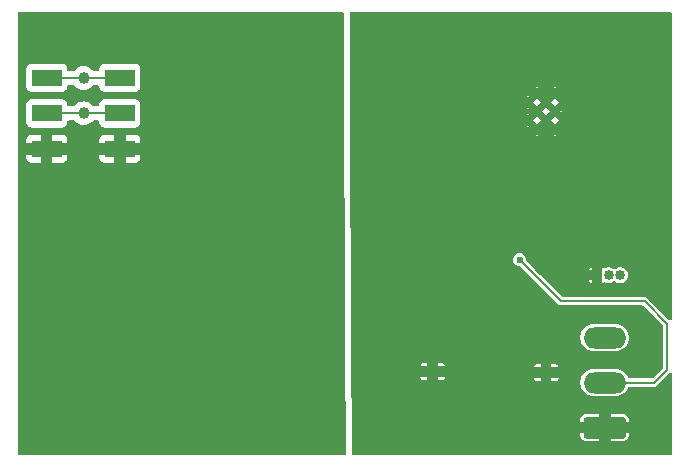
<source format=gbr>
%TF.GenerationSoftware,KiCad,Pcbnew,8.0.6*%
%TF.CreationDate,2025-02-11T20:42:11+01:00*%
%TF.ProjectId,KWLcontrol,4b574c63-6f6e-4747-926f-6c2e6b696361,rev?*%
%TF.SameCoordinates,Original*%
%TF.FileFunction,Copper,L2,Bot*%
%TF.FilePolarity,Positive*%
%FSLAX46Y46*%
G04 Gerber Fmt 4.6, Leading zero omitted, Abs format (unit mm)*
G04 Created by KiCad (PCBNEW 8.0.6) date 2025-02-11 20:42:11*
%MOMM*%
%LPD*%
G01*
G04 APERTURE LIST*
G04 Aperture macros list*
%AMRoundRect*
0 Rectangle with rounded corners*
0 $1 Rounding radius*
0 $2 $3 $4 $5 $6 $7 $8 $9 X,Y pos of 4 corners*
0 Add a 4 corners polygon primitive as box body*
4,1,4,$2,$3,$4,$5,$6,$7,$8,$9,$2,$3,0*
0 Add four circle primitives for the rounded corners*
1,1,$1+$1,$2,$3*
1,1,$1+$1,$4,$5*
1,1,$1+$1,$6,$7*
1,1,$1+$1,$8,$9*
0 Add four rect primitives between the rounded corners*
20,1,$1+$1,$2,$3,$4,$5,0*
20,1,$1+$1,$4,$5,$6,$7,0*
20,1,$1+$1,$6,$7,$8,$9,0*
20,1,$1+$1,$8,$9,$2,$3,0*%
G04 Aperture macros list end*
%TA.AperFunction,ComponentPad*%
%ADD10RoundRect,0.250000X1.550000X-0.650000X1.550000X0.650000X-1.550000X0.650000X-1.550000X-0.650000X0*%
%TD*%
%TA.AperFunction,ComponentPad*%
%ADD11O,3.600000X1.800000*%
%TD*%
%TA.AperFunction,ComponentPad*%
%ADD12R,0.850000X0.850000*%
%TD*%
%TA.AperFunction,ComponentPad*%
%ADD13O,0.850000X0.850000*%
%TD*%
%TA.AperFunction,ComponentPad*%
%ADD14C,0.600000*%
%TD*%
%TA.AperFunction,SMDPad,CuDef*%
%ADD15R,1.600000X0.900000*%
%TD*%
%TA.AperFunction,HeatsinkPad*%
%ADD16C,0.600000*%
%TD*%
%TA.AperFunction,SMDPad,CuDef*%
%ADD17R,2.500000X1.397000*%
%TD*%
%TA.AperFunction,ViaPad*%
%ADD18C,1.000000*%
%TD*%
%TA.AperFunction,ViaPad*%
%ADD19C,0.600000*%
%TD*%
%TA.AperFunction,Conductor*%
%ADD20C,0.200000*%
%TD*%
G04 APERTURE END LIST*
D10*
%TO.P,J2,1,Pin_1*%
%TO.N,GNDREF*%
X161500000Y-144000000D03*
D11*
%TO.P,J2,2,Pin_2*%
%TO.N,Net-(J2-Pin_2)*%
X161500000Y-140190000D03*
%TO.P,J2,3,Pin_3*%
%TO.N,+12V*%
X161500000Y-136380000D03*
%TD*%
D12*
%TO.P,J3,1,Pin_1*%
%TO.N,GNDREF*%
X160830000Y-131100000D03*
D13*
%TO.P,J3,2,Pin_2*%
%TO.N,Net-(J3-Pin_2)*%
X161830000Y-131100000D03*
%TO.P,J3,3,Pin_3*%
%TO.N,Net-(J3-Pin_3)*%
X162830000Y-131100000D03*
%TD*%
D14*
%TO.P,U2,9,PAD*%
%TO.N,GNDREF*%
X146450000Y-139250000D03*
D15*
X146950000Y-139250000D03*
D14*
X147450000Y-139250000D03*
%TD*%
%TO.P,U3,9,PAD*%
%TO.N,GNDREF*%
X156050000Y-139350000D03*
D15*
X156550000Y-139350000D03*
D14*
X157050000Y-139350000D03*
%TD*%
D16*
%TO.P,U1,39,GND*%
%TO.N,GNDREF*%
X155050000Y-116437500D03*
X155050000Y-117962500D03*
X155812500Y-115675000D03*
X155812500Y-117200000D03*
X155812500Y-118725000D03*
X156575000Y-116437500D03*
X156575000Y-117962500D03*
X157337500Y-115675000D03*
X157337500Y-117200000D03*
X157337500Y-118725000D03*
X158100000Y-116437500D03*
X158100000Y-117962500D03*
%TD*%
D17*
%TO.P,J4,1,1_1*%
%TO.N,/AC_PE*%
X114250001Y-120400000D03*
%TO.P,J4,2,1_2*%
X120449998Y-120400000D03*
%TO.P,J4,3,2_1*%
%TO.N,/AC_N*%
X114250001Y-117400002D03*
%TO.P,J4,4,2_2*%
X120449998Y-117400002D03*
%TO.P,J4,5,3_1*%
%TO.N,/AC_L*%
X114250001Y-114400002D03*
%TO.P,J4,6,3_2*%
X120449998Y-114400002D03*
%TD*%
D18*
%TO.N,/AC_L*%
X117400000Y-114400000D03*
%TO.N,/AC_N*%
X117400000Y-117400000D03*
%TO.N,GNDREF*%
X142400000Y-145000000D03*
X151900000Y-141100000D03*
X141800000Y-109700000D03*
X146600000Y-120600000D03*
X163800000Y-109900000D03*
%TO.N,/AC_PE*%
X117400000Y-120400000D03*
D19*
%TO.N,Net-(J2-Pin_2)*%
X154300000Y-129800000D03*
%TD*%
D20*
%TO.N,/AC_L*%
X114250001Y-114400002D02*
X120449998Y-114400002D01*
%TO.N,/AC_N*%
X114250001Y-117400002D02*
X120449998Y-117400002D01*
%TO.N,Net-(J2-Pin_2)*%
X154300000Y-129800000D02*
X157800000Y-133300000D01*
X166800000Y-139100000D02*
X165710000Y-140190000D01*
X166800000Y-135200000D02*
X166800000Y-139100000D01*
X165710000Y-140190000D02*
X161500000Y-140190000D01*
X157800000Y-133300000D02*
X164900000Y-133300000D01*
X164900000Y-133300000D02*
X166800000Y-135200000D01*
%TD*%
%TA.AperFunction,Conductor*%
%TO.N,/AC_PE*%
G36*
X139340776Y-108820185D02*
G01*
X139386531Y-108872989D01*
X139397735Y-108923856D01*
X139397755Y-108927767D01*
X139397755Y-108927770D01*
X139421060Y-113413975D01*
X139430016Y-115138060D01*
X139432819Y-115677626D01*
X139433977Y-115900560D01*
X139436780Y-116440126D01*
X139439583Y-116979691D01*
X139440741Y-117202624D01*
X139441899Y-117425560D01*
X139444702Y-117965126D01*
X139447505Y-118504691D01*
X139448663Y-118727624D01*
X139451466Y-119267191D01*
X139506182Y-129799999D01*
X139512935Y-131099999D01*
X139532541Y-134874121D01*
X139539907Y-136292074D01*
X139540100Y-136329230D01*
X139552821Y-138777997D01*
X139553338Y-138877609D01*
X139553338Y-138877675D01*
X139555157Y-139227762D01*
X139557752Y-139727254D01*
X139559892Y-140139230D01*
X139576336Y-143304781D01*
X139579551Y-143923635D01*
X139579883Y-143987561D01*
X139583586Y-144700470D01*
X139585935Y-145152626D01*
X139591246Y-146174856D01*
X139571910Y-146241997D01*
X139519345Y-146288025D01*
X139467248Y-146299500D01*
X111924500Y-146299500D01*
X111857461Y-146279815D01*
X111811706Y-146227011D01*
X111800500Y-146175500D01*
X111800500Y-121146344D01*
X112500001Y-121146344D01*
X112506402Y-121205872D01*
X112506404Y-121205879D01*
X112556646Y-121340586D01*
X112556650Y-121340593D01*
X112642810Y-121455687D01*
X112642813Y-121455690D01*
X112757907Y-121541850D01*
X112757914Y-121541854D01*
X112892621Y-121592096D01*
X112892628Y-121592098D01*
X112952156Y-121598499D01*
X112952173Y-121598500D01*
X113750001Y-121598500D01*
X114750001Y-121598500D01*
X115547829Y-121598500D01*
X115547845Y-121598499D01*
X115607373Y-121592098D01*
X115607380Y-121592096D01*
X115742087Y-121541854D01*
X115742094Y-121541850D01*
X115857188Y-121455690D01*
X115857191Y-121455687D01*
X115943351Y-121340593D01*
X115943355Y-121340586D01*
X115993597Y-121205879D01*
X115993599Y-121205872D01*
X116000000Y-121146344D01*
X118699998Y-121146344D01*
X118706399Y-121205872D01*
X118706401Y-121205879D01*
X118756643Y-121340586D01*
X118756647Y-121340593D01*
X118842807Y-121455687D01*
X118842810Y-121455690D01*
X118957904Y-121541850D01*
X118957911Y-121541854D01*
X119092618Y-121592096D01*
X119092625Y-121592098D01*
X119152153Y-121598499D01*
X119152170Y-121598500D01*
X119949998Y-121598500D01*
X120949998Y-121598500D01*
X121747826Y-121598500D01*
X121747842Y-121598499D01*
X121807370Y-121592098D01*
X121807377Y-121592096D01*
X121942084Y-121541854D01*
X121942091Y-121541850D01*
X122057185Y-121455690D01*
X122057188Y-121455687D01*
X122143348Y-121340593D01*
X122143352Y-121340586D01*
X122193594Y-121205879D01*
X122193596Y-121205872D01*
X122199997Y-121146344D01*
X122199998Y-121146327D01*
X122199998Y-120900000D01*
X120949998Y-120900000D01*
X120949998Y-121598500D01*
X119949998Y-121598500D01*
X119949998Y-120900000D01*
X118699998Y-120900000D01*
X118699998Y-121146344D01*
X116000000Y-121146344D01*
X116000001Y-121146327D01*
X116000001Y-120900000D01*
X114750001Y-120900000D01*
X114750001Y-121598500D01*
X113750001Y-121598500D01*
X113750001Y-120900000D01*
X112500001Y-120900000D01*
X112500001Y-121146344D01*
X111800500Y-121146344D01*
X111800500Y-119653655D01*
X112500001Y-119653655D01*
X112500001Y-119900000D01*
X113750001Y-119900000D01*
X114750001Y-119900000D01*
X116000001Y-119900000D01*
X116000001Y-119653672D01*
X116000000Y-119653655D01*
X118699998Y-119653655D01*
X118699998Y-119900000D01*
X119949998Y-119900000D01*
X120949998Y-119900000D01*
X122199998Y-119900000D01*
X122199998Y-119653672D01*
X122199997Y-119653655D01*
X122193596Y-119594127D01*
X122193594Y-119594120D01*
X122143352Y-119459413D01*
X122143348Y-119459406D01*
X122057188Y-119344312D01*
X122057185Y-119344309D01*
X121942091Y-119258149D01*
X121942084Y-119258145D01*
X121807377Y-119207903D01*
X121807370Y-119207901D01*
X121747842Y-119201500D01*
X120949998Y-119201500D01*
X120949998Y-119900000D01*
X119949998Y-119900000D01*
X119949998Y-119201500D01*
X119152153Y-119201500D01*
X119092625Y-119207901D01*
X119092618Y-119207903D01*
X118957911Y-119258145D01*
X118957904Y-119258149D01*
X118842810Y-119344309D01*
X118842807Y-119344312D01*
X118756647Y-119459406D01*
X118756643Y-119459413D01*
X118706401Y-119594120D01*
X118706399Y-119594127D01*
X118699998Y-119653655D01*
X116000000Y-119653655D01*
X115993599Y-119594127D01*
X115993597Y-119594120D01*
X115943355Y-119459413D01*
X115943351Y-119459406D01*
X115857191Y-119344312D01*
X115857188Y-119344309D01*
X115742094Y-119258149D01*
X115742087Y-119258145D01*
X115607380Y-119207903D01*
X115607373Y-119207901D01*
X115547845Y-119201500D01*
X114750001Y-119201500D01*
X114750001Y-119900000D01*
X113750001Y-119900000D01*
X113750001Y-119201500D01*
X112952156Y-119201500D01*
X112892628Y-119207901D01*
X112892621Y-119207903D01*
X112757914Y-119258145D01*
X112757907Y-119258149D01*
X112642813Y-119344309D01*
X112642810Y-119344312D01*
X112556650Y-119459406D01*
X112556646Y-119459413D01*
X112506404Y-119594120D01*
X112506402Y-119594127D01*
X112500001Y-119653655D01*
X111800500Y-119653655D01*
X111800500Y-116653637D01*
X112499501Y-116653637D01*
X112499501Y-118146372D01*
X112499502Y-118146378D01*
X112505909Y-118205985D01*
X112556203Y-118340830D01*
X112556207Y-118340837D01*
X112642453Y-118456046D01*
X112642456Y-118456049D01*
X112757665Y-118542295D01*
X112757672Y-118542299D01*
X112892518Y-118592593D01*
X112892517Y-118592593D01*
X112899445Y-118593337D01*
X112952128Y-118599002D01*
X115547873Y-118599001D01*
X115607484Y-118592593D01*
X115742332Y-118542298D01*
X115857547Y-118456048D01*
X115943797Y-118340833D01*
X115994092Y-118205985D01*
X116000501Y-118146375D01*
X116000501Y-118124502D01*
X116020186Y-118057463D01*
X116072990Y-118011708D01*
X116124501Y-118000502D01*
X116539882Y-118000502D01*
X116606921Y-118020187D01*
X116635736Y-118045838D01*
X116689117Y-118110883D01*
X116841460Y-118235909D01*
X116841467Y-118235913D01*
X117015266Y-118328811D01*
X117015269Y-118328811D01*
X117015273Y-118328814D01*
X117203868Y-118386024D01*
X117400000Y-118405341D01*
X117596132Y-118386024D01*
X117784727Y-118328814D01*
X117958538Y-118235910D01*
X118110883Y-118110883D01*
X118164264Y-118045837D01*
X118222010Y-118006503D01*
X118260118Y-118000502D01*
X118575499Y-118000502D01*
X118642538Y-118020187D01*
X118688293Y-118072991D01*
X118699499Y-118124502D01*
X118699499Y-118146378D01*
X118705906Y-118205985D01*
X118756200Y-118340830D01*
X118756204Y-118340837D01*
X118842450Y-118456046D01*
X118842453Y-118456049D01*
X118957662Y-118542295D01*
X118957669Y-118542299D01*
X119092515Y-118592593D01*
X119092514Y-118592593D01*
X119099442Y-118593337D01*
X119152125Y-118599002D01*
X121747870Y-118599001D01*
X121807481Y-118592593D01*
X121942329Y-118542298D01*
X122057544Y-118456048D01*
X122143794Y-118340833D01*
X122194089Y-118205985D01*
X122200498Y-118146375D01*
X122200497Y-116653630D01*
X122194089Y-116594019D01*
X122182926Y-116564090D01*
X122143795Y-116459173D01*
X122143791Y-116459166D01*
X122057545Y-116343957D01*
X122057542Y-116343954D01*
X121942333Y-116257708D01*
X121942326Y-116257704D01*
X121807480Y-116207410D01*
X121807481Y-116207410D01*
X121747881Y-116201003D01*
X121747879Y-116201002D01*
X121747871Y-116201002D01*
X121747862Y-116201002D01*
X119152127Y-116201002D01*
X119152121Y-116201003D01*
X119092514Y-116207410D01*
X118957669Y-116257704D01*
X118957662Y-116257708D01*
X118842453Y-116343954D01*
X118842450Y-116343957D01*
X118756204Y-116459166D01*
X118756200Y-116459173D01*
X118705906Y-116594019D01*
X118699499Y-116653618D01*
X118699499Y-116653625D01*
X118699498Y-116653637D01*
X118699498Y-116675502D01*
X118679813Y-116742541D01*
X118627009Y-116788296D01*
X118575498Y-116799502D01*
X118260122Y-116799502D01*
X118193083Y-116779817D01*
X118164269Y-116754167D01*
X118110883Y-116689116D01*
X117958539Y-116564090D01*
X117958532Y-116564086D01*
X117784733Y-116471188D01*
X117784727Y-116471186D01*
X117596132Y-116413976D01*
X117596129Y-116413975D01*
X117400000Y-116394659D01*
X117203870Y-116413975D01*
X117015266Y-116471188D01*
X116841467Y-116564086D01*
X116841460Y-116564090D01*
X116689116Y-116689116D01*
X116635731Y-116754167D01*
X116577985Y-116793501D01*
X116539878Y-116799502D01*
X116124500Y-116799502D01*
X116057461Y-116779817D01*
X116011706Y-116727013D01*
X116000500Y-116675502D01*
X116000500Y-116653631D01*
X116000499Y-116653625D01*
X116000498Y-116653618D01*
X115994092Y-116594019D01*
X115982929Y-116564090D01*
X115943798Y-116459173D01*
X115943794Y-116459166D01*
X115857548Y-116343957D01*
X115857545Y-116343954D01*
X115742336Y-116257708D01*
X115742329Y-116257704D01*
X115607483Y-116207410D01*
X115607484Y-116207410D01*
X115547884Y-116201003D01*
X115547882Y-116201002D01*
X115547874Y-116201002D01*
X115547865Y-116201002D01*
X112952130Y-116201002D01*
X112952124Y-116201003D01*
X112892517Y-116207410D01*
X112757672Y-116257704D01*
X112757665Y-116257708D01*
X112642456Y-116343954D01*
X112642453Y-116343957D01*
X112556207Y-116459166D01*
X112556203Y-116459173D01*
X112505909Y-116594019D01*
X112499502Y-116653618D01*
X112499502Y-116653625D01*
X112499501Y-116653637D01*
X111800500Y-116653637D01*
X111800500Y-113653637D01*
X112499501Y-113653637D01*
X112499501Y-115146372D01*
X112499502Y-115146378D01*
X112505909Y-115205985D01*
X112556203Y-115340830D01*
X112556207Y-115340837D01*
X112642453Y-115456046D01*
X112642456Y-115456049D01*
X112757665Y-115542295D01*
X112757672Y-115542299D01*
X112892518Y-115592593D01*
X112892517Y-115592593D01*
X112899445Y-115593337D01*
X112952128Y-115599002D01*
X115547873Y-115599001D01*
X115607484Y-115592593D01*
X115742332Y-115542298D01*
X115857547Y-115456048D01*
X115943797Y-115340833D01*
X115994092Y-115205985D01*
X116000501Y-115146375D01*
X116000501Y-115124502D01*
X116020186Y-115057463D01*
X116072990Y-115011708D01*
X116124501Y-115000502D01*
X116539882Y-115000502D01*
X116606921Y-115020187D01*
X116635736Y-115045838D01*
X116689117Y-115110883D01*
X116841460Y-115235909D01*
X116841467Y-115235913D01*
X117015266Y-115328811D01*
X117015269Y-115328811D01*
X117015273Y-115328814D01*
X117203868Y-115386024D01*
X117400000Y-115405341D01*
X117596132Y-115386024D01*
X117784727Y-115328814D01*
X117958538Y-115235910D01*
X118110883Y-115110883D01*
X118164264Y-115045837D01*
X118222010Y-115006503D01*
X118260118Y-115000502D01*
X118575499Y-115000502D01*
X118642538Y-115020187D01*
X118688293Y-115072991D01*
X118699499Y-115124502D01*
X118699499Y-115146378D01*
X118705906Y-115205985D01*
X118756200Y-115340830D01*
X118756204Y-115340837D01*
X118842450Y-115456046D01*
X118842453Y-115456049D01*
X118957662Y-115542295D01*
X118957669Y-115542299D01*
X119092515Y-115592593D01*
X119092514Y-115592593D01*
X119099442Y-115593337D01*
X119152125Y-115599002D01*
X121747870Y-115599001D01*
X121807481Y-115592593D01*
X121942329Y-115542298D01*
X122057544Y-115456048D01*
X122143794Y-115340833D01*
X122194089Y-115205985D01*
X122200498Y-115146375D01*
X122200497Y-113653630D01*
X122194089Y-113594019D01*
X122182926Y-113564090D01*
X122143795Y-113459173D01*
X122143791Y-113459166D01*
X122057545Y-113343957D01*
X122057542Y-113343954D01*
X121942333Y-113257708D01*
X121942326Y-113257704D01*
X121807480Y-113207410D01*
X121807481Y-113207410D01*
X121747881Y-113201003D01*
X121747879Y-113201002D01*
X121747871Y-113201002D01*
X121747862Y-113201002D01*
X119152127Y-113201002D01*
X119152121Y-113201003D01*
X119092514Y-113207410D01*
X118957669Y-113257704D01*
X118957662Y-113257708D01*
X118842453Y-113343954D01*
X118842450Y-113343957D01*
X118756204Y-113459166D01*
X118756200Y-113459173D01*
X118705906Y-113594019D01*
X118699499Y-113653618D01*
X118699499Y-113653625D01*
X118699498Y-113653637D01*
X118699498Y-113675502D01*
X118679813Y-113742541D01*
X118627009Y-113788296D01*
X118575498Y-113799502D01*
X118260122Y-113799502D01*
X118193083Y-113779817D01*
X118164269Y-113754167D01*
X118110883Y-113689116D01*
X117958539Y-113564090D01*
X117958532Y-113564086D01*
X117784733Y-113471188D01*
X117784727Y-113471186D01*
X117596132Y-113413976D01*
X117596129Y-113413975D01*
X117400000Y-113394659D01*
X117203870Y-113413975D01*
X117015266Y-113471188D01*
X116841467Y-113564086D01*
X116841460Y-113564090D01*
X116689116Y-113689116D01*
X116635731Y-113754167D01*
X116577985Y-113793501D01*
X116539878Y-113799502D01*
X116124500Y-113799502D01*
X116057461Y-113779817D01*
X116011706Y-113727013D01*
X116000500Y-113675502D01*
X116000500Y-113653631D01*
X116000499Y-113653625D01*
X116000498Y-113653618D01*
X115994092Y-113594019D01*
X115982929Y-113564090D01*
X115943798Y-113459173D01*
X115943794Y-113459166D01*
X115857548Y-113343957D01*
X115857545Y-113343954D01*
X115742336Y-113257708D01*
X115742329Y-113257704D01*
X115607483Y-113207410D01*
X115607484Y-113207410D01*
X115547884Y-113201003D01*
X115547882Y-113201002D01*
X115547874Y-113201002D01*
X115547865Y-113201002D01*
X112952130Y-113201002D01*
X112952124Y-113201003D01*
X112892517Y-113207410D01*
X112757672Y-113257704D01*
X112757665Y-113257708D01*
X112642456Y-113343954D01*
X112642453Y-113343957D01*
X112556207Y-113459166D01*
X112556203Y-113459173D01*
X112505909Y-113594019D01*
X112499502Y-113653618D01*
X112499502Y-113653625D01*
X112499501Y-113653637D01*
X111800500Y-113653637D01*
X111800500Y-108924500D01*
X111820185Y-108857461D01*
X111872989Y-108811706D01*
X111924500Y-108800500D01*
X139273737Y-108800500D01*
X139340776Y-108820185D01*
G37*
%TD.AperFunction*%
%TD*%
%TA.AperFunction,Conductor*%
%TO.N,GNDREF*%
G36*
X167142539Y-108820185D02*
G01*
X167188294Y-108872989D01*
X167199500Y-108924500D01*
X167199500Y-134804456D01*
X167179815Y-134871495D01*
X167127011Y-134917250D01*
X167057853Y-134927194D01*
X166994297Y-134898169D01*
X166987819Y-134892137D01*
X165115213Y-133019531D01*
X165115208Y-133019527D01*
X165035290Y-132973387D01*
X165035289Y-132973386D01*
X165035288Y-132973386D01*
X164946144Y-132949500D01*
X164946143Y-132949500D01*
X157996544Y-132949500D01*
X157929505Y-132929815D01*
X157908863Y-132913181D01*
X156545310Y-131549628D01*
X160155000Y-131549628D01*
X160169503Y-131622540D01*
X160169505Y-131622544D01*
X160224760Y-131705239D01*
X160307455Y-131760494D01*
X160307459Y-131760496D01*
X160380371Y-131774999D01*
X160380374Y-131775000D01*
X160405000Y-131775000D01*
X160405000Y-131525000D01*
X160155000Y-131525000D01*
X160155000Y-131549628D01*
X156545310Y-131549628D01*
X156045954Y-131050272D01*
X160580000Y-131050272D01*
X160580000Y-131149728D01*
X160618060Y-131241614D01*
X160688386Y-131311940D01*
X160780272Y-131350000D01*
X160879728Y-131350000D01*
X160971614Y-131311940D01*
X161041940Y-131241614D01*
X161080000Y-131149728D01*
X161080000Y-131099999D01*
X161149539Y-131099999D01*
X161149539Y-131100000D01*
X161169311Y-131262842D01*
X161169312Y-131262848D01*
X161227480Y-131416223D01*
X161227481Y-131416225D01*
X161227482Y-131416226D01*
X161233049Y-131424291D01*
X161254933Y-131490645D01*
X161255000Y-131494732D01*
X161255000Y-131775000D01*
X161279626Y-131775000D01*
X161279628Y-131774999D01*
X161352540Y-131760496D01*
X161352544Y-131760494D01*
X161415498Y-131718431D01*
X161482176Y-131697553D01*
X161542015Y-131711737D01*
X161588705Y-131736242D01*
X161747978Y-131775500D01*
X161747979Y-131775500D01*
X161912022Y-131775500D01*
X162071291Y-131736243D01*
X162071291Y-131736242D01*
X162071295Y-131736242D01*
X162216546Y-131660008D01*
X162247772Y-131632343D01*
X162311004Y-131602622D01*
X162380268Y-131611804D01*
X162412228Y-131632344D01*
X162443451Y-131660006D01*
X162443452Y-131660006D01*
X162443454Y-131660008D01*
X162588705Y-131736242D01*
X162588707Y-131736242D01*
X162588708Y-131736243D01*
X162747978Y-131775500D01*
X162747979Y-131775500D01*
X162912022Y-131775500D01*
X163071291Y-131736243D01*
X163071291Y-131736242D01*
X163071295Y-131736242D01*
X163216546Y-131660008D01*
X163339332Y-131551229D01*
X163432518Y-131416226D01*
X163490688Y-131262845D01*
X163510461Y-131100000D01*
X163490688Y-130937155D01*
X163432518Y-130783774D01*
X163339332Y-130648771D01*
X163339329Y-130648768D01*
X163339327Y-130648766D01*
X163216548Y-130539993D01*
X163071291Y-130463756D01*
X162912022Y-130424500D01*
X162912021Y-130424500D01*
X162747979Y-130424500D01*
X162747978Y-130424500D01*
X162588708Y-130463756D01*
X162443451Y-130539993D01*
X162412225Y-130567657D01*
X162348992Y-130597377D01*
X162279728Y-130588192D01*
X162247775Y-130567657D01*
X162216548Y-130539993D01*
X162071291Y-130463756D01*
X161912022Y-130424500D01*
X161912021Y-130424500D01*
X161747979Y-130424500D01*
X161747978Y-130424500D01*
X161588708Y-130463757D01*
X161588707Y-130463757D01*
X161588705Y-130463758D01*
X161563825Y-130476816D01*
X161542012Y-130488264D01*
X161473503Y-130501987D01*
X161415498Y-130481569D01*
X161352543Y-130439504D01*
X161352540Y-130439503D01*
X161279627Y-130425000D01*
X161255000Y-130425000D01*
X161255000Y-130705267D01*
X161235315Y-130772306D01*
X161233051Y-130775706D01*
X161227483Y-130783772D01*
X161169312Y-130937154D01*
X161169311Y-130937157D01*
X161149539Y-131099999D01*
X161080000Y-131099999D01*
X161080000Y-131050272D01*
X161041940Y-130958386D01*
X160971614Y-130888060D01*
X160879728Y-130850000D01*
X160780272Y-130850000D01*
X160688386Y-130888060D01*
X160618060Y-130958386D01*
X160580000Y-131050272D01*
X156045954Y-131050272D01*
X155646053Y-130650371D01*
X160155000Y-130650371D01*
X160155000Y-130675000D01*
X160405000Y-130675000D01*
X160405000Y-130425000D01*
X160380373Y-130425000D01*
X160307459Y-130439503D01*
X160307455Y-130439505D01*
X160224760Y-130494760D01*
X160169505Y-130577455D01*
X160169503Y-130577459D01*
X160155000Y-130650371D01*
X155646053Y-130650371D01*
X154891560Y-129895878D01*
X154858075Y-129834555D01*
X154856983Y-129808129D01*
X154855250Y-129808129D01*
X154855250Y-129800000D01*
X154855250Y-129799999D01*
X154836330Y-129656291D01*
X154780861Y-129522375D01*
X154692621Y-129407379D01*
X154577625Y-129319139D01*
X154577624Y-129319138D01*
X154577622Y-129319137D01*
X154443712Y-129263671D01*
X154443710Y-129263670D01*
X154443709Y-129263670D01*
X154371854Y-129254210D01*
X154300001Y-129244750D01*
X154299999Y-129244750D01*
X154156291Y-129263670D01*
X154156287Y-129263671D01*
X154022377Y-129319137D01*
X153907379Y-129407379D01*
X153819137Y-129522377D01*
X153763671Y-129656287D01*
X153763670Y-129656291D01*
X153744750Y-129799999D01*
X153744750Y-129800000D01*
X153763670Y-129943708D01*
X153763671Y-129943712D01*
X153819137Y-130077622D01*
X153819138Y-130077624D01*
X153819139Y-130077625D01*
X153907379Y-130192621D01*
X154022375Y-130280861D01*
X154156291Y-130336330D01*
X154300000Y-130355250D01*
X154308129Y-130355250D01*
X154308129Y-130358828D01*
X154360970Y-130367031D01*
X154395878Y-130391560D01*
X157584787Y-133580469D01*
X157664712Y-133626614D01*
X157753856Y-133650500D01*
X164703456Y-133650500D01*
X164770495Y-133670185D01*
X164791137Y-133686819D01*
X166413181Y-135308863D01*
X166446666Y-135370186D01*
X166449500Y-135396544D01*
X166449500Y-138903456D01*
X166429815Y-138970495D01*
X166413181Y-138991137D01*
X165601137Y-139803181D01*
X165539814Y-139836666D01*
X165513456Y-139839500D01*
X163585915Y-139839500D01*
X163518876Y-139819815D01*
X163473121Y-139767011D01*
X163467982Y-139753813D01*
X163466211Y-139748363D01*
X163466211Y-139748361D01*
X163383996Y-139587006D01*
X163370396Y-139568287D01*
X163277558Y-139440505D01*
X163277554Y-139440500D01*
X163149499Y-139312445D01*
X163149494Y-139312441D01*
X163002997Y-139206006D01*
X163002996Y-139206005D01*
X163002994Y-139206004D01*
X162950375Y-139179193D01*
X162841639Y-139123788D01*
X162841636Y-139123787D01*
X162669410Y-139067829D01*
X162490551Y-139039500D01*
X162490546Y-139039500D01*
X160509454Y-139039500D01*
X160509449Y-139039500D01*
X160330589Y-139067829D01*
X160158363Y-139123787D01*
X160158360Y-139123788D01*
X159997002Y-139206006D01*
X159850505Y-139312441D01*
X159850500Y-139312445D01*
X159722445Y-139440500D01*
X159722441Y-139440505D01*
X159616006Y-139587002D01*
X159533788Y-139748360D01*
X159533787Y-139748363D01*
X159477829Y-139920589D01*
X159449500Y-140099448D01*
X159449500Y-140280551D01*
X159477829Y-140459410D01*
X159533787Y-140631636D01*
X159533788Y-140631639D01*
X159616006Y-140792997D01*
X159722441Y-140939494D01*
X159722445Y-140939499D01*
X159850500Y-141067554D01*
X159850505Y-141067558D01*
X159978287Y-141160396D01*
X159997006Y-141173996D01*
X160102484Y-141227740D01*
X160158360Y-141256211D01*
X160158363Y-141256212D01*
X160244476Y-141284191D01*
X160330591Y-141312171D01*
X160413429Y-141325291D01*
X160509449Y-141340500D01*
X160509454Y-141340500D01*
X162490551Y-141340500D01*
X162577259Y-141326765D01*
X162669409Y-141312171D01*
X162841639Y-141256211D01*
X163002994Y-141173996D01*
X163149501Y-141067553D01*
X163277553Y-140939501D01*
X163383996Y-140792994D01*
X163466211Y-140631639D01*
X163467982Y-140626185D01*
X163507418Y-140568510D01*
X163571775Y-140541309D01*
X163585915Y-140540500D01*
X165756142Y-140540500D01*
X165756144Y-140540500D01*
X165845288Y-140516614D01*
X165925212Y-140470470D01*
X166987819Y-139407863D01*
X167049142Y-139374378D01*
X167118834Y-139379362D01*
X167174767Y-139421234D01*
X167199184Y-139486698D01*
X167199500Y-139495544D01*
X167199500Y-146175500D01*
X167179815Y-146242539D01*
X167127011Y-146288294D01*
X167075500Y-146299500D01*
X140220757Y-146299500D01*
X140153718Y-146279815D01*
X140107963Y-146227011D01*
X140096759Y-146176144D01*
X140091428Y-145150000D01*
X140089079Y-144697844D01*
X159450000Y-144697844D01*
X159456401Y-144757372D01*
X159456403Y-144757379D01*
X159506645Y-144892086D01*
X159506649Y-144892093D01*
X159592809Y-145007187D01*
X159592812Y-145007190D01*
X159707906Y-145093350D01*
X159707913Y-145093354D01*
X159842620Y-145143596D01*
X159842627Y-145143598D01*
X159902155Y-145149999D01*
X159902172Y-145150000D01*
X161000000Y-145150000D01*
X162000000Y-145150000D01*
X163097828Y-145150000D01*
X163097844Y-145149999D01*
X163157372Y-145143598D01*
X163157379Y-145143596D01*
X163292086Y-145093354D01*
X163292093Y-145093350D01*
X163407187Y-145007190D01*
X163407190Y-145007187D01*
X163493350Y-144892093D01*
X163493354Y-144892086D01*
X163543596Y-144757379D01*
X163543598Y-144757372D01*
X163549999Y-144697844D01*
X163550000Y-144697827D01*
X163550000Y-144500000D01*
X162000000Y-144500000D01*
X162000000Y-145150000D01*
X161000000Y-145150000D01*
X161000000Y-144500000D01*
X159450000Y-144500000D01*
X159450000Y-144697844D01*
X140089079Y-144697844D01*
X140085044Y-143921009D01*
X160900000Y-143921009D01*
X160900000Y-144078991D01*
X160940889Y-144231591D01*
X161019881Y-144368408D01*
X161131592Y-144480119D01*
X161268409Y-144559111D01*
X161421009Y-144600000D01*
X161578991Y-144600000D01*
X161731591Y-144559111D01*
X161868408Y-144480119D01*
X161980119Y-144368408D01*
X162059111Y-144231591D01*
X162100000Y-144078991D01*
X162100000Y-143921009D01*
X162059111Y-143768409D01*
X161980119Y-143631592D01*
X161868408Y-143519881D01*
X161833973Y-143500000D01*
X162000000Y-143500000D01*
X163550000Y-143500000D01*
X163550000Y-143302172D01*
X163549999Y-143302155D01*
X163543598Y-143242627D01*
X163543596Y-143242620D01*
X163493354Y-143107913D01*
X163493350Y-143107906D01*
X163407190Y-142992812D01*
X163407187Y-142992809D01*
X163292093Y-142906649D01*
X163292086Y-142906645D01*
X163157379Y-142856403D01*
X163157372Y-142856401D01*
X163097844Y-142850000D01*
X162000000Y-142850000D01*
X162000000Y-143500000D01*
X161833973Y-143500000D01*
X161731591Y-143440889D01*
X161578991Y-143400000D01*
X161421009Y-143400000D01*
X161268409Y-143440889D01*
X161131592Y-143519881D01*
X161019881Y-143631592D01*
X160940889Y-143768409D01*
X160900000Y-143921009D01*
X140085044Y-143921009D01*
X140081829Y-143302155D01*
X159450000Y-143302155D01*
X159450000Y-143500000D01*
X161000000Y-143500000D01*
X161000000Y-142850000D01*
X159902155Y-142850000D01*
X159842627Y-142856401D01*
X159842620Y-142856403D01*
X159707913Y-142906645D01*
X159707906Y-142906649D01*
X159592812Y-142992809D01*
X159592809Y-142992812D01*
X159506649Y-143107906D01*
X159506645Y-143107913D01*
X159456403Y-143242620D01*
X159456401Y-143242627D01*
X159450000Y-143302155D01*
X140081829Y-143302155D01*
X140063245Y-139724628D01*
X145900000Y-139724628D01*
X145914503Y-139797540D01*
X145914505Y-139797544D01*
X145969760Y-139880239D01*
X146052455Y-139935494D01*
X146052459Y-139935496D01*
X146125371Y-139949999D01*
X146125374Y-139950000D01*
X146500000Y-139950000D01*
X147400000Y-139950000D01*
X147774626Y-139950000D01*
X147774628Y-139949999D01*
X147847540Y-139935496D01*
X147847544Y-139935494D01*
X147930239Y-139880239D01*
X147967397Y-139824628D01*
X155500000Y-139824628D01*
X155514503Y-139897540D01*
X155514505Y-139897544D01*
X155569760Y-139980239D01*
X155652455Y-140035494D01*
X155652459Y-140035496D01*
X155725371Y-140049999D01*
X155725374Y-140050000D01*
X156100000Y-140050000D01*
X157000000Y-140050000D01*
X157374626Y-140050000D01*
X157374628Y-140049999D01*
X157447540Y-140035496D01*
X157447544Y-140035494D01*
X157530239Y-139980239D01*
X157585494Y-139897544D01*
X157585496Y-139897540D01*
X157599999Y-139824628D01*
X157600000Y-139824626D01*
X157600000Y-139800000D01*
X157000000Y-139800000D01*
X157000000Y-140050000D01*
X156100000Y-140050000D01*
X156100000Y-139800000D01*
X155500000Y-139800000D01*
X155500000Y-139824628D01*
X147967397Y-139824628D01*
X147985494Y-139797544D01*
X147985496Y-139797540D01*
X147999999Y-139724628D01*
X148000000Y-139724626D01*
X148000000Y-139700000D01*
X147400000Y-139700000D01*
X147400000Y-139950000D01*
X146500000Y-139950000D01*
X146500000Y-139700000D01*
X145900000Y-139700000D01*
X145900000Y-139724628D01*
X140063245Y-139724628D01*
X140060650Y-139225136D01*
X146325000Y-139225136D01*
X146325000Y-139274864D01*
X146344030Y-139320807D01*
X146379193Y-139355970D01*
X146425136Y-139375000D01*
X146474864Y-139375000D01*
X146520807Y-139355970D01*
X146555970Y-139320807D01*
X146575000Y-139274864D01*
X146575000Y-139225136D01*
X147325000Y-139225136D01*
X147325000Y-139274864D01*
X147344030Y-139320807D01*
X147379193Y-139355970D01*
X147425136Y-139375000D01*
X147474864Y-139375000D01*
X147520807Y-139355970D01*
X147551641Y-139325136D01*
X155925000Y-139325136D01*
X155925000Y-139374864D01*
X155944030Y-139420807D01*
X155979193Y-139455970D01*
X156025136Y-139475000D01*
X156074864Y-139475000D01*
X156120807Y-139455970D01*
X156155970Y-139420807D01*
X156175000Y-139374864D01*
X156175000Y-139325136D01*
X156925000Y-139325136D01*
X156925000Y-139374864D01*
X156944030Y-139420807D01*
X156979193Y-139455970D01*
X157025136Y-139475000D01*
X157074864Y-139475000D01*
X157120807Y-139455970D01*
X157155970Y-139420807D01*
X157175000Y-139374864D01*
X157175000Y-139325136D01*
X157155970Y-139279193D01*
X157120807Y-139244030D01*
X157074864Y-139225000D01*
X157025136Y-139225000D01*
X156979193Y-139244030D01*
X156944030Y-139279193D01*
X156925000Y-139325136D01*
X156175000Y-139325136D01*
X156155970Y-139279193D01*
X156120807Y-139244030D01*
X156074864Y-139225000D01*
X156025136Y-139225000D01*
X155979193Y-139244030D01*
X155944030Y-139279193D01*
X155925000Y-139325136D01*
X147551641Y-139325136D01*
X147555970Y-139320807D01*
X147575000Y-139274864D01*
X147575000Y-139225136D01*
X147555970Y-139179193D01*
X147520807Y-139144030D01*
X147474864Y-139125000D01*
X147425136Y-139125000D01*
X147379193Y-139144030D01*
X147344030Y-139179193D01*
X147325000Y-139225136D01*
X146575000Y-139225136D01*
X146555970Y-139179193D01*
X146520807Y-139144030D01*
X146474864Y-139125000D01*
X146425136Y-139125000D01*
X146379193Y-139144030D01*
X146344030Y-139179193D01*
X146325000Y-139225136D01*
X140060650Y-139225136D01*
X140058833Y-138875371D01*
X155500000Y-138875371D01*
X155500000Y-138900000D01*
X156100000Y-138900000D01*
X157000000Y-138900000D01*
X157600000Y-138900000D01*
X157600000Y-138875373D01*
X157599999Y-138875371D01*
X157585496Y-138802459D01*
X157585494Y-138802455D01*
X157530239Y-138719760D01*
X157447544Y-138664505D01*
X157447540Y-138664503D01*
X157374627Y-138650000D01*
X157000000Y-138650000D01*
X157000000Y-138900000D01*
X156100000Y-138900000D01*
X156100000Y-138650000D01*
X155725373Y-138650000D01*
X155652459Y-138664503D01*
X155652455Y-138664505D01*
X155569760Y-138719760D01*
X155514505Y-138802455D01*
X155514503Y-138802459D01*
X155500000Y-138875371D01*
X140058833Y-138875371D01*
X140058314Y-138775371D01*
X145900000Y-138775371D01*
X145900000Y-138800000D01*
X146500000Y-138800000D01*
X147400000Y-138800000D01*
X148000000Y-138800000D01*
X148000000Y-138775373D01*
X147999999Y-138775371D01*
X147985496Y-138702459D01*
X147985494Y-138702455D01*
X147930239Y-138619760D01*
X147847544Y-138564505D01*
X147847540Y-138564503D01*
X147774627Y-138550000D01*
X147400000Y-138550000D01*
X147400000Y-138800000D01*
X146500000Y-138800000D01*
X146500000Y-138550000D01*
X146125373Y-138550000D01*
X146052459Y-138564503D01*
X146052455Y-138564505D01*
X145969760Y-138619760D01*
X145914505Y-138702455D01*
X145914503Y-138702459D01*
X145900000Y-138775371D01*
X140058314Y-138775371D01*
X140045400Y-136289448D01*
X159449500Y-136289448D01*
X159449500Y-136470551D01*
X159477829Y-136649410D01*
X159533787Y-136821636D01*
X159533788Y-136821639D01*
X159616006Y-136982997D01*
X159722441Y-137129494D01*
X159722445Y-137129499D01*
X159850500Y-137257554D01*
X159850505Y-137257558D01*
X159978287Y-137350396D01*
X159997006Y-137363996D01*
X160102484Y-137417740D01*
X160158360Y-137446211D01*
X160158363Y-137446212D01*
X160244476Y-137474191D01*
X160330591Y-137502171D01*
X160413429Y-137515291D01*
X160509449Y-137530500D01*
X160509454Y-137530500D01*
X162490551Y-137530500D01*
X162577259Y-137516765D01*
X162669409Y-137502171D01*
X162841639Y-137446211D01*
X163002994Y-137363996D01*
X163149501Y-137257553D01*
X163277553Y-137129501D01*
X163383996Y-136982994D01*
X163466211Y-136821639D01*
X163522171Y-136649409D01*
X163536765Y-136557259D01*
X163550500Y-136470551D01*
X163550500Y-136289448D01*
X163534019Y-136185397D01*
X163522171Y-136110591D01*
X163466211Y-135938361D01*
X163466211Y-135938360D01*
X163437740Y-135882484D01*
X163383996Y-135777006D01*
X163370396Y-135758287D01*
X163277558Y-135630505D01*
X163277554Y-135630500D01*
X163149499Y-135502445D01*
X163149494Y-135502441D01*
X163002997Y-135396006D01*
X163002996Y-135396005D01*
X163002994Y-135396004D01*
X162951300Y-135369664D01*
X162841639Y-135313788D01*
X162841636Y-135313787D01*
X162669410Y-135257829D01*
X162490551Y-135229500D01*
X162490546Y-135229500D01*
X160509454Y-135229500D01*
X160509449Y-135229500D01*
X160330589Y-135257829D01*
X160158363Y-135313787D01*
X160158360Y-135313788D01*
X159997002Y-135396006D01*
X159850505Y-135502441D01*
X159850500Y-135502445D01*
X159722445Y-135630500D01*
X159722441Y-135630505D01*
X159616006Y-135777002D01*
X159533788Y-135938360D01*
X159533787Y-135938363D01*
X159477829Y-136110589D01*
X159449500Y-136289448D01*
X140045400Y-136289448D01*
X140038034Y-134871495D01*
X139956959Y-119264565D01*
X155697198Y-119264565D01*
X155812499Y-119279746D01*
X155812501Y-119279746D01*
X155927800Y-119264565D01*
X157222198Y-119264565D01*
X157337499Y-119279746D01*
X157337501Y-119279746D01*
X157452800Y-119264565D01*
X157452801Y-119264564D01*
X157337501Y-119149264D01*
X157222198Y-119264565D01*
X155927800Y-119264565D01*
X155927801Y-119264564D01*
X155812501Y-119149264D01*
X155697198Y-119264565D01*
X139956959Y-119264565D01*
X139954156Y-118724998D01*
X155257754Y-118724998D01*
X155257754Y-118725000D01*
X155272934Y-118840300D01*
X155388235Y-118724999D01*
X155368345Y-118705109D01*
X155712500Y-118705109D01*
X155712500Y-118744891D01*
X155727724Y-118781645D01*
X155755855Y-118809776D01*
X155792609Y-118825000D01*
X155832391Y-118825000D01*
X155869145Y-118809776D01*
X155897276Y-118781645D01*
X155912500Y-118744891D01*
X155912500Y-118725000D01*
X156236764Y-118725000D01*
X156236764Y-118725001D01*
X156352064Y-118840301D01*
X156352065Y-118840300D01*
X156367246Y-118725000D01*
X156367246Y-118724998D01*
X156782754Y-118724998D01*
X156782754Y-118725000D01*
X156797934Y-118840300D01*
X156913236Y-118724999D01*
X156893346Y-118705109D01*
X157237500Y-118705109D01*
X157237500Y-118744891D01*
X157252724Y-118781645D01*
X157280855Y-118809776D01*
X157317609Y-118825000D01*
X157357391Y-118825000D01*
X157394145Y-118809776D01*
X157422276Y-118781645D01*
X157437500Y-118744891D01*
X157437500Y-118725000D01*
X157761764Y-118725000D01*
X157761764Y-118725001D01*
X157877064Y-118840301D01*
X157877065Y-118840300D01*
X157892245Y-118725000D01*
X157881840Y-118645966D01*
X157889422Y-118597341D01*
X157761764Y-118725000D01*
X157437500Y-118725000D01*
X157437500Y-118705109D01*
X157422276Y-118668355D01*
X157394145Y-118640224D01*
X157357391Y-118625000D01*
X157317609Y-118625000D01*
X157280855Y-118640224D01*
X157252724Y-118668355D01*
X157237500Y-118705109D01*
X156893346Y-118705109D01*
X156784343Y-118596106D01*
X156794211Y-118631253D01*
X156793159Y-118645964D01*
X156782754Y-118724998D01*
X156367246Y-118724998D01*
X156356840Y-118645966D01*
X156364422Y-118597341D01*
X156236764Y-118725000D01*
X155912500Y-118725000D01*
X155912500Y-118705109D01*
X155897276Y-118668355D01*
X155869145Y-118640224D01*
X155832391Y-118625000D01*
X155792609Y-118625000D01*
X155755855Y-118640224D01*
X155727724Y-118668355D01*
X155712500Y-118705109D01*
X155368345Y-118705109D01*
X155259343Y-118596106D01*
X155269211Y-118631253D01*
X155268159Y-118645964D01*
X155257754Y-118724998D01*
X139954156Y-118724998D01*
X139952998Y-118502065D01*
X154934698Y-118502065D01*
X155049999Y-118517245D01*
X155062084Y-118515654D01*
X156446108Y-118515654D01*
X156481253Y-118505788D01*
X156495966Y-118506840D01*
X156574999Y-118517245D01*
X156587084Y-118515654D01*
X157971108Y-118515654D01*
X158006253Y-118505788D01*
X158020966Y-118506840D01*
X158100000Y-118517245D01*
X158215300Y-118502065D01*
X158215301Y-118502064D01*
X158100001Y-118386764D01*
X157971108Y-118515654D01*
X156587084Y-118515654D01*
X156654033Y-118506840D01*
X156702659Y-118514422D01*
X156575001Y-118386764D01*
X156446108Y-118515654D01*
X155062084Y-118515654D01*
X155129033Y-118506840D01*
X155177659Y-118514422D01*
X155050001Y-118386764D01*
X154934698Y-118502065D01*
X139952998Y-118502065D01*
X139950195Y-117962500D01*
X154495254Y-117962500D01*
X154510434Y-118077800D01*
X154625735Y-117962499D01*
X154605845Y-117942609D01*
X154950000Y-117942609D01*
X154950000Y-117982391D01*
X154965224Y-118019145D01*
X154993355Y-118047276D01*
X155030109Y-118062500D01*
X155069891Y-118062500D01*
X155106645Y-118047276D01*
X155134776Y-118019145D01*
X155150000Y-117982391D01*
X155150000Y-117962500D01*
X155474264Y-117962500D01*
X155474264Y-117962501D01*
X155644088Y-118132325D01*
X155812499Y-118300735D01*
X156150735Y-117962499D01*
X156130845Y-117942609D01*
X156475000Y-117942609D01*
X156475000Y-117982391D01*
X156490224Y-118019145D01*
X156518355Y-118047276D01*
X156555109Y-118062500D01*
X156594891Y-118062500D01*
X156631645Y-118047276D01*
X156659776Y-118019145D01*
X156675000Y-117982391D01*
X156675000Y-117962500D01*
X156999264Y-117962500D01*
X156999264Y-117962501D01*
X157169088Y-118132325D01*
X157337499Y-118300735D01*
X157675735Y-117962499D01*
X157655845Y-117942609D01*
X158000000Y-117942609D01*
X158000000Y-117982391D01*
X158015224Y-118019145D01*
X158043355Y-118047276D01*
X158080109Y-118062500D01*
X158119891Y-118062500D01*
X158156645Y-118047276D01*
X158184776Y-118019145D01*
X158200000Y-117982391D01*
X158200000Y-117962500D01*
X158524264Y-117962500D01*
X158524264Y-117962501D01*
X158639564Y-118077801D01*
X158639565Y-118077800D01*
X158654746Y-117962500D01*
X158654746Y-117962499D01*
X158639565Y-117847198D01*
X158524264Y-117962500D01*
X158200000Y-117962500D01*
X158200000Y-117942609D01*
X158184776Y-117905855D01*
X158156645Y-117877724D01*
X158119891Y-117862500D01*
X158080109Y-117862500D01*
X158043355Y-117877724D01*
X158015224Y-117905855D01*
X158000000Y-117942609D01*
X157655845Y-117942609D01*
X157505911Y-117792674D01*
X157337501Y-117624264D01*
X157169088Y-117792675D01*
X156999264Y-117962500D01*
X156675000Y-117962500D01*
X156675000Y-117942609D01*
X156659776Y-117905855D01*
X156631645Y-117877724D01*
X156594891Y-117862500D01*
X156555109Y-117862500D01*
X156518355Y-117877724D01*
X156490224Y-117905855D01*
X156475000Y-117942609D01*
X156130845Y-117942609D01*
X155980911Y-117792674D01*
X155812501Y-117624264D01*
X155644088Y-117792675D01*
X155474264Y-117962500D01*
X155150000Y-117962500D01*
X155150000Y-117942609D01*
X155134776Y-117905855D01*
X155106645Y-117877724D01*
X155069891Y-117862500D01*
X155030109Y-117862500D01*
X154993355Y-117877724D01*
X154965224Y-117905855D01*
X154950000Y-117942609D01*
X154605845Y-117942609D01*
X154510434Y-117847197D01*
X154495254Y-117962500D01*
X139950195Y-117962500D01*
X139947392Y-117422934D01*
X154934697Y-117422934D01*
X155049999Y-117538235D01*
X155178889Y-117409344D01*
X155143745Y-117419211D01*
X155129035Y-117418159D01*
X155050002Y-117407754D01*
X155050000Y-117407754D01*
X154934697Y-117422934D01*
X139947392Y-117422934D01*
X139946234Y-117199998D01*
X155257754Y-117199998D01*
X155257754Y-117200002D01*
X155268159Y-117279035D01*
X155260576Y-117327658D01*
X155388235Y-117199999D01*
X155368345Y-117180109D01*
X155712500Y-117180109D01*
X155712500Y-117219891D01*
X155727724Y-117256645D01*
X155755855Y-117284776D01*
X155792609Y-117300000D01*
X155832391Y-117300000D01*
X155869145Y-117284776D01*
X155897276Y-117256645D01*
X155912500Y-117219891D01*
X155912500Y-117200000D01*
X156236764Y-117200000D01*
X156236764Y-117200001D01*
X156406588Y-117369825D01*
X156574999Y-117538235D01*
X156702659Y-117410575D01*
X157972339Y-117410575D01*
X158099999Y-117538235D01*
X158215300Y-117422934D01*
X158100001Y-117407754D01*
X158099999Y-117407754D01*
X158020964Y-117418159D01*
X157972339Y-117410575D01*
X156702659Y-117410575D01*
X156913235Y-117199999D01*
X156893345Y-117180109D01*
X157237500Y-117180109D01*
X157237500Y-117219891D01*
X157252724Y-117256645D01*
X157280855Y-117284776D01*
X157317609Y-117300000D01*
X157357391Y-117300000D01*
X157394145Y-117284776D01*
X157422276Y-117256645D01*
X157437500Y-117219891D01*
X157437500Y-117200000D01*
X157761764Y-117200000D01*
X157761764Y-117200001D01*
X157890655Y-117328892D01*
X157880788Y-117293744D01*
X157881840Y-117279033D01*
X157892245Y-117199999D01*
X157881840Y-117120966D01*
X157889422Y-117072341D01*
X157761764Y-117200000D01*
X157437500Y-117200000D01*
X157437500Y-117180109D01*
X157422276Y-117143355D01*
X157394145Y-117115224D01*
X157357391Y-117100000D01*
X157317609Y-117100000D01*
X157280855Y-117115224D01*
X157252724Y-117143355D01*
X157237500Y-117180109D01*
X156893345Y-117180109D01*
X156743411Y-117030174D01*
X156703891Y-116990654D01*
X157971108Y-116990654D01*
X158006253Y-116980788D01*
X158020966Y-116981840D01*
X158100000Y-116992245D01*
X158215300Y-116977065D01*
X158215301Y-116977064D01*
X158100001Y-116861764D01*
X157971108Y-116990654D01*
X156703891Y-116990654D01*
X156575001Y-116861764D01*
X156406588Y-117030175D01*
X156236764Y-117200000D01*
X155912500Y-117200000D01*
X155912500Y-117180109D01*
X155897276Y-117143355D01*
X155869145Y-117115224D01*
X155832391Y-117100000D01*
X155792609Y-117100000D01*
X155755855Y-117115224D01*
X155727724Y-117143355D01*
X155712500Y-117180109D01*
X155368345Y-117180109D01*
X155259343Y-117071106D01*
X155269211Y-117106253D01*
X155268159Y-117120964D01*
X155257754Y-117199998D01*
X139946234Y-117199998D01*
X139945076Y-116977065D01*
X154934698Y-116977065D01*
X155049999Y-116992245D01*
X155129033Y-116981840D01*
X155177659Y-116989422D01*
X155050001Y-116861764D01*
X154934698Y-116977065D01*
X139945076Y-116977065D01*
X139942273Y-116437500D01*
X154495254Y-116437500D01*
X154510434Y-116552800D01*
X154625735Y-116437499D01*
X154605845Y-116417609D01*
X154950000Y-116417609D01*
X154950000Y-116457391D01*
X154965224Y-116494145D01*
X154993355Y-116522276D01*
X155030109Y-116537500D01*
X155069891Y-116537500D01*
X155106645Y-116522276D01*
X155134776Y-116494145D01*
X155150000Y-116457391D01*
X155150000Y-116437500D01*
X155474264Y-116437500D01*
X155474264Y-116437501D01*
X155644088Y-116607325D01*
X155812499Y-116775735D01*
X156150735Y-116437499D01*
X156130845Y-116417609D01*
X156475000Y-116417609D01*
X156475000Y-116457391D01*
X156490224Y-116494145D01*
X156518355Y-116522276D01*
X156555109Y-116537500D01*
X156594891Y-116537500D01*
X156631645Y-116522276D01*
X156659776Y-116494145D01*
X156675000Y-116457391D01*
X156675000Y-116437500D01*
X156999264Y-116437500D01*
X156999264Y-116437501D01*
X157169088Y-116607325D01*
X157337499Y-116775735D01*
X157675735Y-116437499D01*
X157655845Y-116417609D01*
X158000000Y-116417609D01*
X158000000Y-116457391D01*
X158015224Y-116494145D01*
X158043355Y-116522276D01*
X158080109Y-116537500D01*
X158119891Y-116537500D01*
X158156645Y-116522276D01*
X158184776Y-116494145D01*
X158200000Y-116457391D01*
X158200000Y-116437500D01*
X158524264Y-116437500D01*
X158524264Y-116437501D01*
X158639564Y-116552801D01*
X158639565Y-116552800D01*
X158654746Y-116437500D01*
X158654746Y-116437499D01*
X158639565Y-116322198D01*
X158524264Y-116437500D01*
X158200000Y-116437500D01*
X158200000Y-116417609D01*
X158184776Y-116380855D01*
X158156645Y-116352724D01*
X158119891Y-116337500D01*
X158080109Y-116337500D01*
X158043355Y-116352724D01*
X158015224Y-116380855D01*
X158000000Y-116417609D01*
X157655845Y-116417609D01*
X157505911Y-116267674D01*
X157337501Y-116099264D01*
X157169088Y-116267675D01*
X156999264Y-116437500D01*
X156675000Y-116437500D01*
X156675000Y-116417609D01*
X156659776Y-116380855D01*
X156631645Y-116352724D01*
X156594891Y-116337500D01*
X156555109Y-116337500D01*
X156518355Y-116352724D01*
X156490224Y-116380855D01*
X156475000Y-116417609D01*
X156130845Y-116417609D01*
X155980911Y-116267674D01*
X155812501Y-116099264D01*
X155644088Y-116267675D01*
X155474264Y-116437500D01*
X155150000Y-116437500D01*
X155150000Y-116417609D01*
X155134776Y-116380855D01*
X155106645Y-116352724D01*
X155069891Y-116337500D01*
X155030109Y-116337500D01*
X154993355Y-116352724D01*
X154965224Y-116380855D01*
X154950000Y-116417609D01*
X154605845Y-116417609D01*
X154510434Y-116322197D01*
X154495254Y-116437500D01*
X139942273Y-116437500D01*
X139939470Y-115897934D01*
X154934697Y-115897934D01*
X155049999Y-116013235D01*
X155177658Y-115885575D01*
X156447339Y-115885575D01*
X156574999Y-116013235D01*
X156702658Y-115885575D01*
X157972339Y-115885575D01*
X158099999Y-116013235D01*
X158215300Y-115897934D01*
X158100001Y-115882754D01*
X158099999Y-115882754D01*
X158020964Y-115893159D01*
X157972339Y-115885575D01*
X156702658Y-115885575D01*
X156703889Y-115884344D01*
X156668745Y-115894211D01*
X156654035Y-115893159D01*
X156575002Y-115882754D01*
X156574999Y-115882754D01*
X156495964Y-115893159D01*
X156447339Y-115885575D01*
X155177658Y-115885575D01*
X155178889Y-115884344D01*
X155143745Y-115894211D01*
X155129035Y-115893159D01*
X155050002Y-115882754D01*
X155050000Y-115882754D01*
X154934697Y-115897934D01*
X139939470Y-115897934D01*
X139938312Y-115675000D01*
X155257754Y-115675000D01*
X155257754Y-115675002D01*
X155268159Y-115754035D01*
X155260576Y-115802658D01*
X155388235Y-115674999D01*
X155368345Y-115655109D01*
X155712500Y-115655109D01*
X155712500Y-115694891D01*
X155727724Y-115731645D01*
X155755855Y-115759776D01*
X155792609Y-115775000D01*
X155832391Y-115775000D01*
X155869145Y-115759776D01*
X155897276Y-115731645D01*
X155912500Y-115694891D01*
X155912500Y-115675000D01*
X156236764Y-115675000D01*
X156236764Y-115675001D01*
X156365655Y-115803892D01*
X156355788Y-115768744D01*
X156356840Y-115754033D01*
X156367245Y-115675000D01*
X156782754Y-115675000D01*
X156782754Y-115675002D01*
X156793159Y-115754035D01*
X156785576Y-115802658D01*
X156913235Y-115674999D01*
X156893345Y-115655109D01*
X157237500Y-115655109D01*
X157237500Y-115694891D01*
X157252724Y-115731645D01*
X157280855Y-115759776D01*
X157317609Y-115775000D01*
X157357391Y-115775000D01*
X157394145Y-115759776D01*
X157422276Y-115731645D01*
X157437500Y-115694891D01*
X157437500Y-115675000D01*
X157761764Y-115675000D01*
X157761764Y-115675001D01*
X157890655Y-115803892D01*
X157880788Y-115768744D01*
X157881840Y-115754033D01*
X157892245Y-115674999D01*
X157877065Y-115559698D01*
X157761764Y-115675000D01*
X157437500Y-115675000D01*
X157437500Y-115655109D01*
X157422276Y-115618355D01*
X157394145Y-115590224D01*
X157357391Y-115575000D01*
X157317609Y-115575000D01*
X157280855Y-115590224D01*
X157252724Y-115618355D01*
X157237500Y-115655109D01*
X156893345Y-115655109D01*
X156797934Y-115559697D01*
X156782754Y-115675000D01*
X156367245Y-115675000D01*
X156367245Y-115674999D01*
X156352065Y-115559698D01*
X156236764Y-115675000D01*
X155912500Y-115675000D01*
X155912500Y-115655109D01*
X155897276Y-115618355D01*
X155869145Y-115590224D01*
X155832391Y-115575000D01*
X155792609Y-115575000D01*
X155755855Y-115590224D01*
X155727724Y-115618355D01*
X155712500Y-115655109D01*
X155368345Y-115655109D01*
X155272934Y-115559697D01*
X155257754Y-115675000D01*
X139938312Y-115675000D01*
X139935509Y-115135434D01*
X155697197Y-115135434D01*
X155812499Y-115250735D01*
X155927800Y-115135434D01*
X157222197Y-115135434D01*
X157337499Y-115250735D01*
X157452800Y-115135434D01*
X157337501Y-115120254D01*
X157337500Y-115120254D01*
X157222197Y-115135434D01*
X155927800Y-115135434D01*
X155812501Y-115120254D01*
X155812500Y-115120254D01*
X155697197Y-115135434D01*
X139935509Y-115135434D01*
X139903248Y-108925144D01*
X139922584Y-108858003D01*
X139975149Y-108811975D01*
X140027246Y-108800500D01*
X167075500Y-108800500D01*
X167142539Y-108820185D01*
G37*
%TD.AperFunction*%
%TD*%
M02*

</source>
